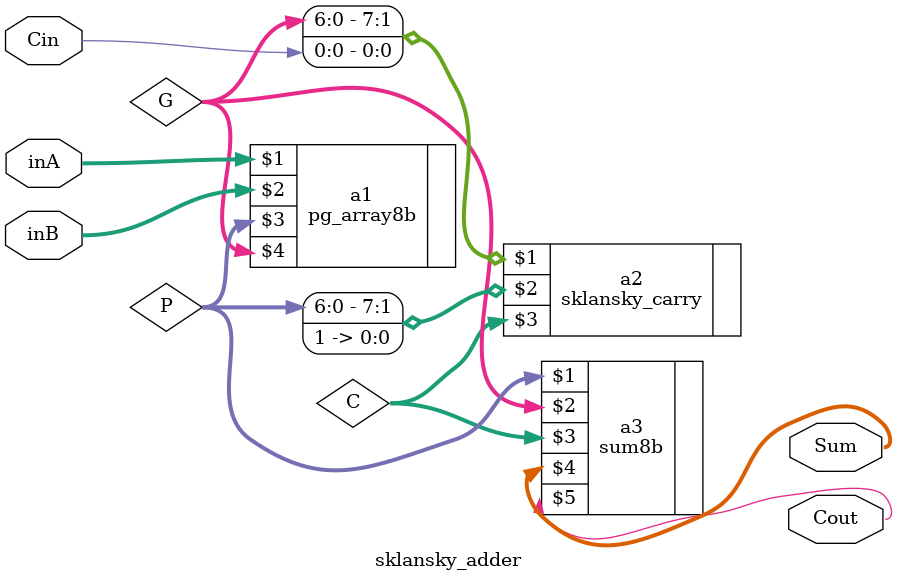
<source format=v>
module sklansky_adder(inA, inB, Cin, Sum, Cout
	);

	// Assign ports as in/out
	input [7:0] inA, inB;
	input Cin;
	output [7:0] Sum;
	output Cout;

	// Logic Connections
	wire [7:0] P, G, C;

	pg_array8b a1(inA, inB, P, G);
	sklansky_carry a2({G[6:0], Cin}, {P[6:0], 1'b1}, C);

	sum8b a3(P, G, C, Sum, Cout);

endmodule

</source>
